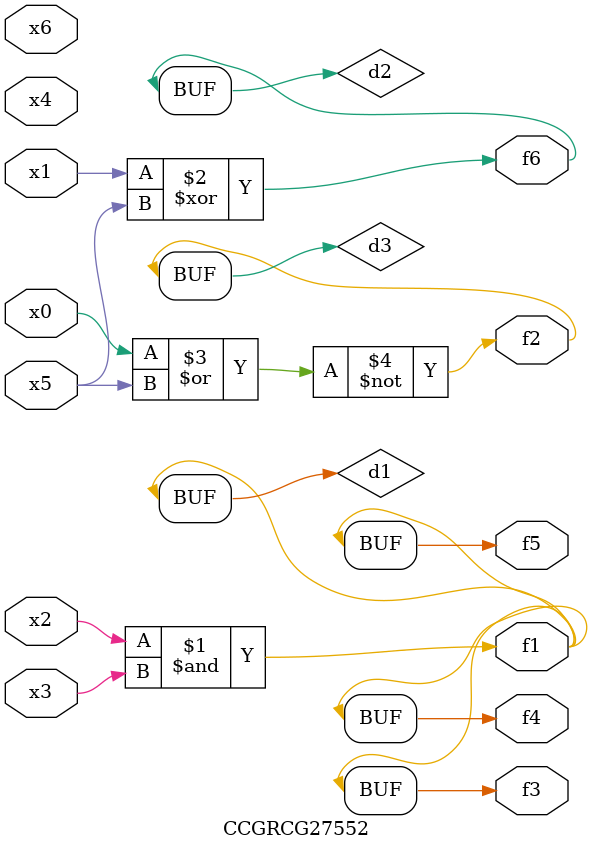
<source format=v>
module CCGRCG27552(
	input x0, x1, x2, x3, x4, x5, x6,
	output f1, f2, f3, f4, f5, f6
);

	wire d1, d2, d3;

	and (d1, x2, x3);
	xor (d2, x1, x5);
	nor (d3, x0, x5);
	assign f1 = d1;
	assign f2 = d3;
	assign f3 = d1;
	assign f4 = d1;
	assign f5 = d1;
	assign f6 = d2;
endmodule

</source>
